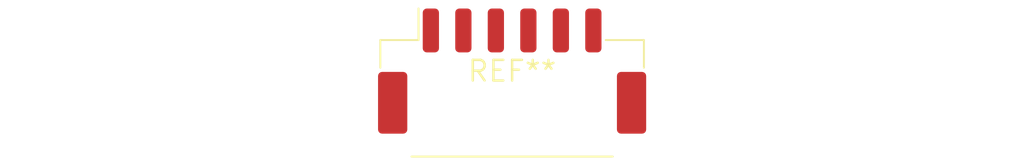
<source format=kicad_pcb>
(kicad_pcb (version 20240108) (generator pcbnew)
  (layers (0 "F.Cu" signal) (31 "B.Cu" signal) (34 "B.Paste" user) (35 "F.Paste" user) (36 "B.SilkS" user "B.Silkscreen") (37 "F.SilkS" user "F.Silkscreen") (38 "B.Mask" user) (39 "F.Mask" user) (44 "Edge.Cuts" user))
  (net 0 "")
  (footprint "Molex_CLIK-Mate_502494-0670_1x06-1MP_P2.00mm_Horizontal" (layer "F.Cu") (at 0 0)
    (property "Reference" "REF**")
    (property "Value" "Molex_CLIK-Mate_502494-0670_1x06-1MP_P2.00mm_Horizontal")
    (fp_line (start -8.11 -1.91) (end -5.76 -1.91) (layer "F.SilkS") (stroke (width 0.12)))
    (fp_line (start -8.11 -0.21) (end -8.11 -1.91) (layer "F.SilkS") (stroke (width 0.12)))
    (fp_line (start -6.19 5.26) (end 6.19 5.26) (layer "F.SilkS") (stroke (width 0.12)))
    (fp_line (start -5.76 -1.91) (end -5.76 -3.85) (layer "F.SilkS") (stroke (width 0.12)))
    (fp_line (start 8.11 -1.91) (end 5.76 -1.91) (layer "F.SilkS") (stroke (width 0.12)))
    (fp_line (start 8.11 -0.21) (end 8.11 -1.91) (layer "F.SilkS") (stroke (width 0.12)))
    (pad "1" smd roundrect (at -5 -2.5) (size 1 2.7) (layers "F.Cu" "F.Paste" "F.Mask"))
    (pad "2" smd roundrect (at -3 -2.5) (size 1 2.7) (layers "F.Cu" "F.Paste" "F.Mask"))
    (pad "3" smd roundrect (at -1 -2.5) (size 1 2.7) (layers "F.Cu" "F.Paste" "F.Mask"))
    (pad "4" smd roundrect (at 1 -2.5) (size 1 2.7) (layers "F.Cu" "F.Paste" "F.Mask"))
    (pad "5" smd roundrect (at 3 -2.5) (size 1 2.7) (layers "F.Cu" "F.Paste" "F.Mask"))
    (pad "6" smd roundrect (at 5 -2.5) (size 1 2.7) (layers "F.Cu" "F.Paste" "F.Mask"))
    (pad "MP" smd roundrect (at -7.35 1.95) (size 1.8 3.8) (layers "F.Cu" "F.Paste" "F.Mask") (roundrect_rratio 0.138889))
    (pad "MP" smd roundrect (at 7.35 1.95) (size 1.8 3.8) (layers "F.Cu" "F.Paste" "F.Mask") (roundrect_rratio 0.138889))
  )
)
</source>
